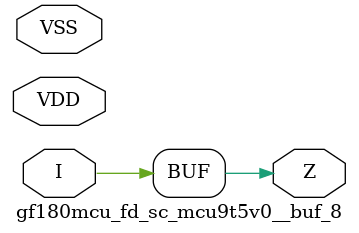
<source format=v>

module gf180mcu_fd_sc_mcu9t5v0__buf_8( I, Z, VDD, VSS );
input I;
inout VDD, VSS;
output Z;

	buf MGM_BG_0( Z, I );

endmodule

</source>
